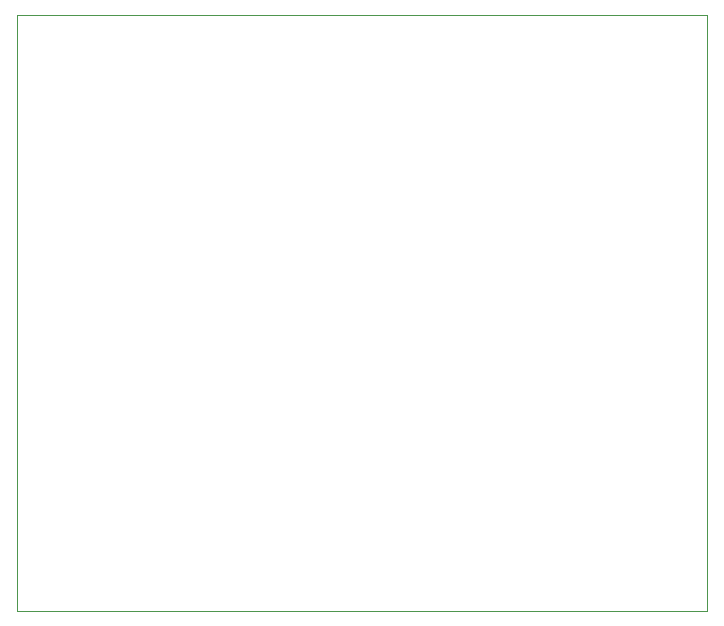
<source format=gbp>
G75*
G70*
%OFA0B0*%
%FSLAX24Y24*%
%IPPOS*%
%LPD*%
%AMOC8*
5,1,8,0,0,1.08239X$1,22.5*
%
%ADD10C,0.0000*%
D10*
X000101Y000101D02*
X000101Y019971D01*
X023093Y019971D01*
X023093Y000101D01*
X000101Y000101D01*
M02*

</source>
